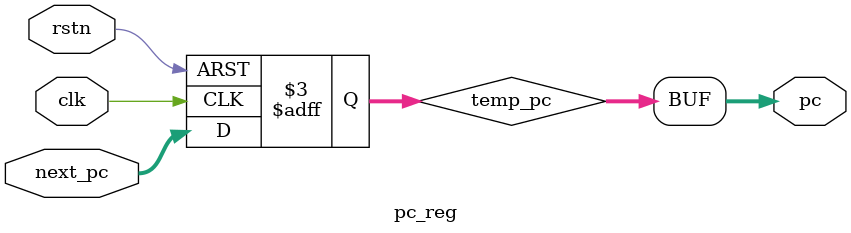
<source format=v>
module pc_reg (clk, rstn, next_pc, pc);
    input clk, rstn;
    input [9:0] next_pc;
    output [9:0] pc;

    reg [9:0] temp_pc;
    
    always @(posedge clk, negedge rstn) begin
        if (~rstn) begin
            temp_pc <= 10'd0;
        end
        else begin
            temp_pc <= next_pc;
        end
    end

    assign pc = temp_pc;

endmodule
</source>
